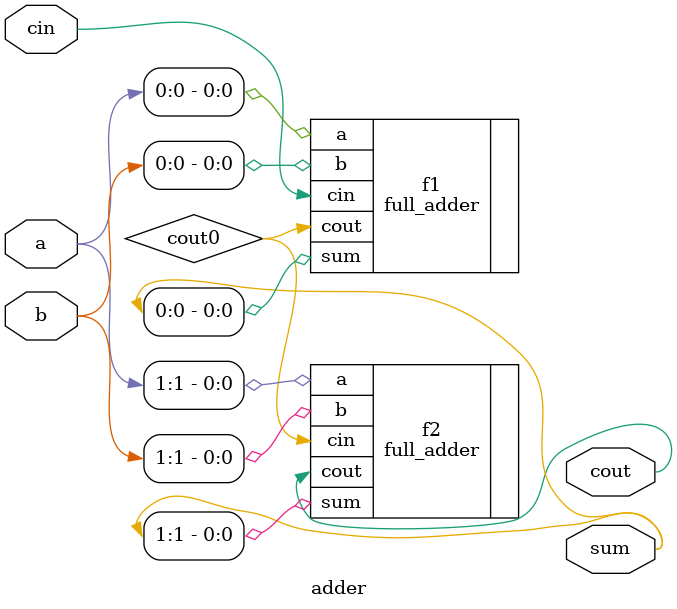
<source format=v>
module adder(
    input [1:0] a,
    input [1:0] b,
	input cin,
    output [1:0] sum,
	output cout
    );
	
	wire cout0;
	
	full_adder f1(.a(a[0]),.b(b[0]),.cin(cin),.cout(cout0),.sum(sum[0]));
	full_adder f2(.a(a[1]),.b(b[1]),.cin(cout0),.cout(cout),.sum(sum[1]));

endmodule

</source>
